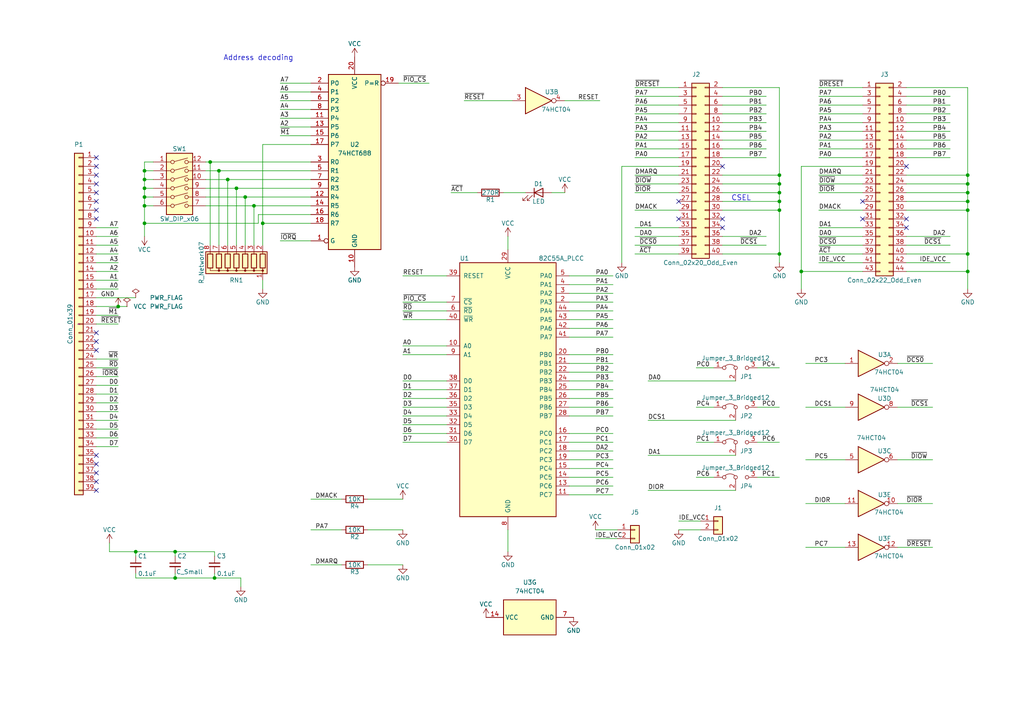
<source format=kicad_sch>
(kicad_sch (version 20211123) (generator eeschema)
  (paper "A4")
  (title_block (title "RC2014 82c55 IDE Interface") (date "2022-07-25") (rev "3") (company "Ed Brindley"))
  (junction (at 50.8 160.02))
  (junction (at 226.06 53.34))
  (junction (at 41.91 52.07))
  (junction (at 41.91 49.53))
  (junction (at 62.23 167.64))
  (junction (at 232.41 78.74))
  (junction (at 41.91 54.61))
  (junction (at 280.67 60.96))
  (junction (at 76.2 64.77))
  (junction (at 71.12 57.15))
  (junction (at 60.96 46.99))
  (junction (at 280.67 53.34))
  (junction (at 41.91 59.69))
  (junction (at 41.91 64.77))
  (junction (at 226.06 73.66))
  (junction (at 41.91 57.15))
  (junction (at 226.06 55.88))
  (junction (at 50.8 167.64))
  (junction (at 39.37 160.02))
  (junction (at 63.5 49.53))
  (junction (at 34.29 88.9))
  (junction (at 280.67 50.8))
  (junction (at 68.58 54.61))
  (junction (at 280.67 78.74))
  (junction (at 280.67 55.88))
  (junction (at 66.04 52.07))
  (junction (at 226.06 58.42))
  (junction (at 226.06 60.96))
  (junction (at 280.67 73.66))
  (junction (at 73.66 59.69))
  (junction (at 280.67 58.42))
  (junction (at 226.06 50.8))
  (no_connect (at 27.94 55.88))
  (no_connect (at 196.85 63.5))
  (no_connect (at 27.94 63.5))
  (no_connect (at 262.89 66.04))
  (no_connect (at 27.94 99.06))
  (no_connect (at 250.19 58.42))
  (no_connect (at 27.94 45.72))
  (no_connect (at 27.94 60.96))
  (no_connect (at 209.55 48.26))
  (no_connect (at 27.94 58.42))
  (no_connect (at 27.94 101.6))
  (no_connect (at 27.94 134.62))
  (no_connect (at 209.55 66.04))
  (no_connect (at 27.94 48.26))
  (no_connect (at 27.94 96.52))
  (no_connect (at 262.89 63.5))
  (no_connect (at 262.89 48.26))
  (no_connect (at 27.94 137.16))
  (no_connect (at 27.94 50.8))
  (no_connect (at 27.94 53.34))
  (no_connect (at 250.19 63.5))
  (no_connect (at 27.94 139.7))
  (no_connect (at 27.94 142.24))
  (no_connect (at 209.55 63.5))
  (no_connect (at 27.94 132.08))
  (no_connect (at 196.85 58.42))
  (wire (pts (xy 196.85 73.66) (xy 184.15 73.66)))
  (wire (pts (xy 177.8 80.01) (xy 165.1 80.01)))
  (wire (pts (xy 134.62 29.21) (xy 148.59 29.21)))
  (wire (pts (xy 90.17 144.78) (xy 99.06 144.78)))
  (wire (pts (xy 90.17 163.83) (xy 99.06 163.83)))
  (wire (pts (xy 226.06 25.4) (xy 226.06 50.8)))
  (wire (pts (xy 129.54 123.19) (xy 116.84 123.19)))
  (wire (pts (xy 196.85 35.56) (xy 184.15 35.56)))
  (wire (pts (xy 27.94 111.76) (xy 34.29 111.76)))
  (wire (pts (xy 165.1 135.89) (xy 177.8 135.89)))
  (wire (pts (xy 165.1 130.81) (xy 177.8 130.81)))
  (wire (pts (xy 27.94 127) (xy 34.29 127)))
  (wire (pts (xy 196.85 43.18) (xy 184.15 43.18)))
  (wire (pts (xy 39.37 160.02) (xy 39.37 161.29)))
  (wire (pts (xy 196.85 30.48) (xy 184.15 30.48)))
  (wire (pts (xy 27.94 104.14) (xy 34.29 104.14)))
  (wire (pts (xy 203.2 151.13) (xy 196.85 151.13)))
  (wire (pts (xy 27.94 129.54) (xy 34.29 129.54)))
  (wire (pts (xy 250.19 43.18) (xy 237.49 43.18)))
  (wire (pts (xy 63.5 71.12) (xy 63.5 49.53)))
  (wire (pts (xy 262.89 58.42) (xy 280.67 58.42)))
  (wire (pts (xy 27.94 83.82) (xy 34.29 83.82)))
  (wire (pts (xy 245.11 105.41) (xy 233.68 105.41)))
  (wire (pts (xy 60.96 71.12) (xy 60.96 46.99)))
  (wire (pts (xy 260.35 118.11) (xy 270.51 118.11)))
  (wire (pts (xy 209.55 68.58) (xy 222.25 68.58)))
  (wire (pts (xy 262.89 71.12) (xy 275.59 71.12)))
  (wire (pts (xy 209.55 35.56) (xy 222.25 35.56)))
  (wire (pts (xy 147.32 72.39) (xy 147.32 68.58)))
  (wire (pts (xy 196.85 25.4) (xy 184.15 25.4)))
  (wire (pts (xy 196.85 53.34) (xy 184.15 53.34)))
  (wire (pts (xy 146.05 55.88) (xy 152.4 55.88)))
  (wire (pts (xy 147.32 153.67) (xy 147.32 160.02)))
  (wire (pts (xy 207.01 138.43) (xy 201.93 138.43)))
  (wire (pts (xy 165.1 125.73) (xy 177.8 125.73)))
  (wire (pts (xy 165.1 140.97) (xy 177.8 140.97)))
  (wire (pts (xy 262.89 50.8) (xy 280.67 50.8)))
  (wire (pts (xy 74.93 62.23) (xy 90.17 62.23)))
  (wire (pts (xy 41.91 59.69) (xy 44.45 59.69)))
  (wire (pts (xy 165.1 110.49) (xy 177.8 110.49)))
  (wire (pts (xy 262.89 68.58) (xy 275.59 68.58)))
  (wire (pts (xy 187.96 142.24) (xy 213.36 142.24)))
  (wire (pts (xy 129.54 80.01) (xy 116.84 80.01)))
  (wire (pts (xy 41.91 57.15) (xy 41.91 59.69)))
  (wire (pts (xy 41.91 49.53) (xy 41.91 52.07)))
  (wire (pts (xy 27.94 78.74) (xy 34.29 78.74)))
  (wire (pts (xy 209.55 25.4) (xy 226.06 25.4)))
  (wire (pts (xy 179.07 153.67) (xy 172.72 153.67)))
  (wire (pts (xy 138.43 55.88) (xy 130.81 55.88)))
  (wire (pts (xy 90.17 29.21) (xy 81.28 29.21)))
  (wire (pts (xy 129.54 92.71) (xy 116.84 92.71)))
  (wire (pts (xy 250.19 38.1) (xy 237.49 38.1)))
  (wire (pts (xy 280.67 78.74) (xy 280.67 83.82)))
  (wire (pts (xy 59.69 57.15) (xy 71.12 57.15)))
  (wire (pts (xy 232.41 48.26) (xy 232.41 78.74)))
  (wire (pts (xy 90.17 24.13) (xy 81.28 24.13)))
  (wire (pts (xy 27.94 119.38) (xy 34.29 119.38)))
  (wire (pts (xy 165.1 118.11) (xy 177.8 118.11)))
  (wire (pts (xy 90.17 41.91) (xy 76.2 41.91)))
  (wire (pts (xy 44.45 49.53) (xy 41.91 49.53)))
  (wire (pts (xy 39.37 166.37) (xy 39.37 167.64)))
  (wire (pts (xy 90.17 153.67) (xy 99.06 153.67)))
  (wire (pts (xy 196.85 60.96) (xy 184.15 60.96)))
  (wire (pts (xy 280.67 55.88) (xy 280.67 58.42)))
  (wire (pts (xy 262.89 43.18) (xy 275.59 43.18)))
  (wire (pts (xy 250.19 33.02) (xy 237.49 33.02)))
  (wire (pts (xy 59.69 46.99) (xy 60.96 46.99)))
  (wire (pts (xy 250.19 50.8) (xy 237.49 50.8)))
  (wire (pts (xy 180.34 48.26) (xy 180.34 76.2)))
  (wire (pts (xy 74.93 64.77) (xy 41.91 64.77)))
  (wire (pts (xy 245.11 158.75) (xy 233.68 158.75)))
  (wire (pts (xy 209.55 53.34) (xy 226.06 53.34)))
  (wire (pts (xy 129.54 102.87) (xy 116.84 102.87)))
  (wire (pts (xy 71.12 57.15) (xy 90.17 57.15)))
  (wire (pts (xy 209.55 30.48) (xy 222.25 30.48)))
  (wire (pts (xy 250.19 53.34) (xy 237.49 53.34)))
  (wire (pts (xy 245.11 146.05) (xy 233.68 146.05)))
  (wire (pts (xy 76.2 64.77) (xy 76.2 71.12)))
  (wire (pts (xy 27.94 86.36) (xy 39.37 86.36)))
  (wire (pts (xy 180.34 48.26) (xy 196.85 48.26)))
  (wire (pts (xy 73.66 71.12) (xy 73.66 59.69)))
  (wire (pts (xy 165.1 82.55) (xy 177.8 82.55)))
  (wire (pts (xy 27.94 76.2) (xy 34.29 76.2)))
  (wire (pts (xy 245.11 118.11) (xy 233.68 118.11)))
  (wire (pts (xy 262.89 27.94) (xy 275.59 27.94)))
  (wire (pts (xy 41.91 54.61) (xy 41.91 57.15)))
  (wire (pts (xy 232.41 78.74) (xy 250.19 78.74)))
  (wire (pts (xy 262.89 76.2) (xy 275.59 76.2)))
  (wire (pts (xy 250.19 55.88) (xy 237.49 55.88)))
  (wire (pts (xy 260.35 146.05) (xy 270.51 146.05)))
  (wire (pts (xy 90.17 36.83) (xy 81.28 36.83)))
  (wire (pts (xy 262.89 53.34) (xy 280.67 53.34)))
  (wire (pts (xy 187.96 121.92) (xy 213.36 121.92)))
  (wire (pts (xy 207.01 128.27) (xy 201.93 128.27)))
  (wire (pts (xy 41.91 64.77) (xy 41.91 68.58)))
  (wire (pts (xy 27.94 68.58) (xy 34.29 68.58)))
  (wire (pts (xy 209.55 71.12) (xy 222.25 71.12)))
  (wire (pts (xy 226.06 58.42) (xy 226.06 60.96)))
  (wire (pts (xy 187.96 132.08) (xy 213.36 132.08)))
  (wire (pts (xy 90.17 26.67) (xy 81.28 26.67)))
  (wire (pts (xy 59.69 49.53) (xy 63.5 49.53)))
  (wire (pts (xy 209.55 40.64) (xy 222.25 40.64)))
  (wire (pts (xy 209.55 58.42) (xy 226.06 58.42)))
  (wire (pts (xy 27.94 121.92) (xy 34.29 121.92)))
  (wire (pts (xy 165.1 87.63) (xy 177.8 87.63)))
  (wire (pts (xy 209.55 55.88) (xy 226.06 55.88)))
  (wire (pts (xy 90.17 34.29) (xy 81.28 34.29)))
  (wire (pts (xy 280.67 53.34) (xy 280.67 55.88)))
  (wire (pts (xy 90.17 31.75) (xy 81.28 31.75)))
  (wire (pts (xy 34.29 88.9) (xy 36.83 88.9)))
  (wire (pts (xy 260.35 105.41) (xy 270.51 105.41)))
  (wire (pts (xy 62.23 160.02) (xy 62.23 161.29)))
  (wire (pts (xy 250.19 25.4) (xy 237.49 25.4)))
  (wire (pts (xy 39.37 160.02) (xy 50.8 160.02)))
  (wire (pts (xy 209.55 33.02) (xy 222.25 33.02)))
  (wire (pts (xy 250.19 71.12) (xy 237.49 71.12)))
  (wire (pts (xy 27.94 66.04) (xy 34.29 66.04)))
  (wire (pts (xy 69.85 167.64) (xy 69.85 170.18)))
  (wire (pts (xy 76.2 64.77) (xy 90.17 64.77)))
  (wire (pts (xy 81.28 69.85) (xy 90.17 69.85)))
  (wire (pts (xy 41.91 52.07) (xy 44.45 52.07)))
  (wire (pts (xy 90.17 39.37) (xy 81.28 39.37)))
  (wire (pts (xy 62.23 167.64) (xy 69.85 167.64)))
  (wire (pts (xy 250.19 30.48) (xy 237.49 30.48)))
  (wire (pts (xy 129.54 87.63) (xy 116.84 87.63)))
  (wire (pts (xy 50.8 166.37) (xy 50.8 167.64)))
  (wire (pts (xy 209.55 45.72) (xy 222.25 45.72)))
  (wire (pts (xy 129.54 110.49) (xy 116.84 110.49)))
  (wire (pts (xy 165.1 115.57) (xy 177.8 115.57)))
  (wire (pts (xy 27.94 109.22) (xy 34.29 109.22)))
  (wire (pts (xy 187.96 110.49) (xy 213.36 110.49)))
  (wire (pts (xy 209.55 27.94) (xy 222.25 27.94)))
  (wire (pts (xy 106.68 153.67) (xy 116.84 153.67)))
  (wire (pts (xy 60.96 46.99) (xy 90.17 46.99)))
  (wire (pts (xy 209.55 43.18) (xy 222.25 43.18)))
  (wire (pts (xy 129.54 120.65) (xy 116.84 120.65)))
  (wire (pts (xy 59.69 52.07) (xy 66.04 52.07)))
  (wire (pts (xy 250.19 45.72) (xy 237.49 45.72)))
  (wire (pts (xy 280.67 73.66) (xy 280.67 78.74)))
  (wire (pts (xy 260.35 133.35) (xy 270.51 133.35)))
  (wire (pts (xy 250.19 40.64) (xy 237.49 40.64)))
  (wire (pts (xy 196.85 68.58) (xy 184.15 68.58)))
  (wire (pts (xy 129.54 118.11) (xy 116.84 118.11)))
  (wire (pts (xy 41.91 57.15) (xy 44.45 57.15)))
  (wire (pts (xy 76.2 81.28) (xy 76.2 83.82)))
  (wire (pts (xy 232.41 78.74) (xy 232.41 83.82)))
  (wire (pts (xy 165.1 105.41) (xy 177.8 105.41)))
  (wire (pts (xy 59.69 54.61) (xy 68.58 54.61)))
  (wire (pts (xy 50.8 167.64) (xy 62.23 167.64)))
  (wire (pts (xy 165.1 92.71) (xy 177.8 92.71)))
  (wire (pts (xy 207.01 106.68) (xy 201.93 106.68)))
  (wire (pts (xy 196.85 40.64) (xy 184.15 40.64)))
  (wire (pts (xy 245.11 133.35) (xy 233.68 133.35)))
  (wire (pts (xy 68.58 54.61) (xy 90.17 54.61)))
  (wire (pts (xy 41.91 46.99) (xy 44.45 46.99)))
  (wire (pts (xy 165.1 95.25) (xy 177.8 95.25)))
  (wire (pts (xy 219.71 106.68) (xy 226.06 106.68)))
  (wire (pts (xy 124.46 24.13) (xy 115.57 24.13)))
  (wire (pts (xy 41.91 59.69) (xy 41.91 64.77)))
  (wire (pts (xy 129.54 128.27) (xy 116.84 128.27)))
  (wire (pts (xy 27.94 106.68) (xy 34.29 106.68)))
  (wire (pts (xy 76.2 41.91) (xy 76.2 64.77)))
  (wire (pts (xy 27.94 71.12) (xy 34.29 71.12)))
  (wire (pts (xy 165.1 102.87) (xy 177.8 102.87)))
  (wire (pts (xy 165.1 113.03) (xy 177.8 113.03)))
  (wire (pts (xy 232.41 48.26) (xy 250.19 48.26)))
  (wire (pts (xy 27.94 114.3) (xy 34.29 114.3)))
  (wire (pts (xy 196.85 33.02) (xy 184.15 33.02)))
  (wire (pts (xy 209.55 73.66) (xy 226.06 73.66)))
  (wire (pts (xy 129.54 113.03) (xy 116.84 113.03)))
  (wire (pts (xy 196.85 66.04) (xy 184.15 66.04)))
  (wire (pts (xy 262.89 60.96) (xy 280.67 60.96)))
  (wire (pts (xy 27.94 91.44) (xy 34.29 91.44)))
  (wire (pts (xy 226.06 55.88) (xy 226.06 58.42)))
  (wire (pts (xy 209.55 38.1) (xy 222.25 38.1)))
  (wire (pts (xy 59.69 59.69) (xy 73.66 59.69)))
  (wire (pts (xy 27.94 116.84) (xy 34.29 116.84)))
  (wire (pts (xy 262.89 30.48) (xy 275.59 30.48)))
  (wire (pts (xy 196.85 50.8) (xy 184.15 50.8)))
  (wire (pts (xy 34.29 81.28) (xy 27.94 81.28)))
  (wire (pts (xy 66.04 71.12) (xy 66.04 52.07)))
  (wire (pts (xy 27.94 124.46) (xy 34.29 124.46)))
  (wire (pts (xy 179.07 156.21) (xy 172.72 156.21)))
  (wire (pts (xy 250.19 60.96) (xy 237.49 60.96)))
  (wire (pts (xy 39.37 167.64) (xy 50.8 167.64)))
  (wire (pts (xy 165.1 120.65) (xy 177.8 120.65)))
  (wire (pts (xy 41.91 54.61) (xy 44.45 54.61)))
  (wire (pts (xy 165.1 85.09) (xy 177.8 85.09)))
  (wire (pts (xy 219.71 118.11) (xy 226.06 118.11)))
  (wire (pts (xy 226.06 73.66) (xy 226.06 76.2)))
  (wire (pts (xy 129.54 115.57) (xy 116.84 115.57)))
  (wire (pts (xy 163.83 29.21) (xy 173.99 29.21)))
  (wire (pts (xy 27.94 93.98) (xy 34.29 93.98)))
  (wire (pts (xy 31.75 160.02) (xy 39.37 160.02)))
  (wire (pts (xy 129.54 100.33) (xy 116.84 100.33)))
  (wire (pts (xy 68.58 71.12) (xy 68.58 54.61)))
  (wire (pts (xy 207.01 118.11) (xy 201.93 118.11)))
  (wire (pts (xy 226.06 53.34) (xy 226.06 55.88)))
  (wire (pts (xy 129.54 90.17) (xy 116.84 90.17)))
  (wire (pts (xy 262.89 45.72) (xy 275.59 45.72)))
  (wire (pts (xy 250.19 66.04) (xy 237.49 66.04)))
  (wire (pts (xy 62.23 166.37) (xy 62.23 167.64)))
  (wire (pts (xy 250.19 76.2) (xy 237.49 76.2)))
  (wire (pts (xy 27.94 88.9) (xy 34.29 88.9)))
  (wire (pts (xy 250.19 73.66) (xy 237.49 73.66)))
  (wire (pts (xy 226.06 60.96) (xy 226.06 73.66)))
  (wire (pts (xy 50.8 160.02) (xy 62.23 160.02)))
  (wire (pts (xy 280.67 58.42) (xy 280.67 60.96)))
  (wire (pts (xy 165.1 107.95) (xy 177.8 107.95)))
  (wire (pts (xy 226.06 50.8) (xy 226.06 53.34)))
  (wire (pts (xy 209.55 50.8) (xy 226.06 50.8)))
  (wire (pts (xy 31.75 160.02) (xy 31.75 157.48)))
  (wire (pts (xy 250.19 68.58) (xy 237.49 68.58)))
  (wire (pts (xy 160.02 55.88) (xy 163.83 55.88)))
  (wire (pts (xy 262.89 25.4) (xy 280.67 25.4)))
  (wire (pts (xy 165.1 138.43) (xy 177.8 138.43)))
  (wire (pts (xy 63.5 49.53) (xy 90.17 49.53)))
  (wire (pts (xy 27.94 73.66) (xy 34.29 73.66)))
  (wire (pts (xy 262.89 73.66) (xy 280.67 73.66)))
  (wire (pts (xy 262.89 78.74) (xy 280.67 78.74)))
  (wire (pts (xy 250.19 35.56) (xy 237.49 35.56)))
  (wire (pts (xy 74.93 62.23) (xy 74.93 64.77)))
  (wire (pts (xy 129.54 125.73) (xy 116.84 125.73)))
  (wire (pts (xy 262.89 35.56) (xy 275.59 35.56)))
  (wire (pts (xy 262.89 40.64) (xy 275.59 40.64)))
  (wire (pts (xy 219.71 128.27) (xy 226.06 128.27)))
  (wire (pts (xy 262.89 55.88) (xy 280.67 55.88)))
  (wire (pts (xy 262.89 38.1) (xy 275.59 38.1)))
  (wire (pts (xy 41.91 46.99) (xy 41.91 49.53)))
  (wire (pts (xy 165.1 128.27) (xy 177.8 128.27)))
  (wire (pts (xy 165.1 90.17) (xy 177.8 90.17)))
  (wire (pts (xy 71.12 71.12) (xy 71.12 57.15)))
  (wire (pts (xy 260.35 158.75) (xy 270.51 158.75)))
  (wire (pts (xy 209.55 60.96) (xy 226.06 60.96)))
  (wire (pts (xy 280.67 50.8) (xy 280.67 53.34)))
  (wire (pts (xy 219.71 138.43) (xy 226.06 138.43)))
  (wire (pts (xy 250.19 27.94) (xy 237.49 27.94)))
  (wire (pts (xy 50.8 160.02) (xy 50.8 161.29)))
  (wire (pts (xy 196.85 55.88) (xy 184.15 55.88)))
  (wire (pts (xy 196.85 27.94) (xy 184.15 27.94)))
  (wire (pts (xy 280.67 25.4) (xy 280.67 50.8)))
  (wire (pts (xy 165.1 143.51) (xy 177.8 143.51)))
  (wire (pts (xy 41.91 52.07) (xy 41.91 54.61)))
  (wire (pts (xy 73.66 59.69) (xy 90.17 59.69)))
  (wire (pts (xy 262.89 33.02) (xy 275.59 33.02)))
  (wire (pts (xy 196.85 45.72) (xy 184.15 45.72)))
  (wire (pts (xy 106.68 163.83) (xy 116.84 163.83)))
  (wire (pts (xy 203.2 153.67) (xy 196.85 153.67)))
  (wire (pts (xy 165.1 97.79) (xy 177.8 97.79)))
  (wire (pts (xy 106.68 144.78) (xy 116.84 144.78)))
  (wire (pts (xy 66.04 52.07) (xy 90.17 52.07)))
  (wire (pts (xy 196.85 71.12) (xy 184.15 71.12)))
  (wire (pts (xy 280.67 60.96) (xy 280.67 73.66)))
  (wire (pts (xy 196.85 38.1) (xy 184.15 38.1)))
  (wire (pts (xy 165.1 133.35) (xy 177.8 133.35)))
  (text "CSEL" (at 212.09 58.42 0) (effects (font (size 1.524 1.524)) (justify left bottom)))
  (text "Address decoding\n" (at 64.77 17.78 0) (effects (font (size 1.524 1.524)) (justify left bottom)))
  (label "PB0" (at 270.51 27.94 0))
  (label "PC0" (at 220.98 118.11 0))
  (label "PB4" (at 270.51 38.1 0))
  (label "~{DRESET}" (at 237.49 25.4 0))
  (label "~{WR}" (at 116.84 92.71 0))
  (label "IDE_VCC" (at 266.7 76.2 0))
  (label "~{DIOW}" (at 264.16 133.35 0))
  (label "PC5" (at 172.72 138.43 0))
  (label "~{DIOW}" (at 184.15 53.34 0))
  (label "A7" (at 34.29 66.04 180))
  (label "DA2" (at 217.17 68.58 0))
  (label "PA4" (at 184.15 35.56 0))
  (label "DMACK" (at 91.44 144.78 0))
  (label "D2" (at 116.84 115.57 0))
  (label "D0" (at 116.84 110.49 0))
  (label "PC4" (at 220.98 106.68 0))
  (label "D4" (at 34.29 121.92 180))
  (label "DA0" (at 187.96 110.49 0))
  (label "PC3" (at 172.72 133.35 0))
  (label "PC4" (at 172.72 135.89 0))
  (label "DA0" (at 237.49 68.58 0))
  (label "DA1" (at 237.49 66.04 0))
  (label "A2" (at 34.29 78.74 180))
  (label "PC0" (at 172.72 125.73 0))
  (label "D0" (at 34.29 111.76 180))
  (label "A0" (at 116.84 100.33 0))
  (label "PA4" (at 237.49 35.56 0))
  (label "~{ACT}" (at 130.81 55.88 0))
  (label "PA5" (at 184.15 33.02 0))
  (label "PA6" (at 237.49 30.48 0))
  (label "PA1" (at 184.15 43.18 0))
  (label "DMACK" (at 184.15 60.96 0))
  (label "~{DCS0}" (at 185.42 71.12 0))
  (label "A3" (at 81.28 34.29 0))
  (label "A7" (at 81.28 24.13 0))
  (label "DA1" (at 185.42 66.04 0))
  (label "IDE_VCC" (at 237.49 76.2 0))
  (label "GND" (at 29.21 86.36 0))
  (label "PA5" (at 172.72 92.71 0))
  (label "DIOR" (at 187.96 142.24 0))
  (label "PA7" (at 237.49 27.94 0))
  (label "A2" (at 81.28 36.83 0))
  (label "PC1" (at 172.72 128.27 0))
  (label "PB2" (at 217.17 33.02 0))
  (label "PB7" (at 270.51 45.72 0))
  (label "PC1" (at 201.93 128.27 0))
  (label "PB5" (at 270.51 40.64 0))
  (label "~{M1}" (at 81.28 39.37 0))
  (label "~{DCS1}" (at 214.63 71.12 0))
  (label "D1" (at 116.84 113.03 0))
  (label "~{RD}" (at 116.84 90.17 0))
  (label "~{WR}" (at 34.29 104.14 180))
  (label "RESET" (at 116.84 80.01 0))
  (label "~{DIOR}" (at 184.15 55.88 0))
  (label "DCS1" (at 187.96 121.92 0))
  (label "PC3" (at 236.22 105.41 0))
  (label "PC7" (at 172.72 143.51 0))
  (label "A1" (at 34.29 81.28 180))
  (label "~{DRESET}" (at 262.89 158.75 0))
  (label "A6" (at 81.28 26.67 0))
  (label "PB0" (at 217.17 27.94 0))
  (label "~{IORQ}" (at 81.28 69.85 0))
  (label "DA2" (at 172.72 130.81 0))
  (label "DMARQ" (at 91.44 163.83 0))
  (label "PA3" (at 172.72 87.63 0))
  (label "PC6" (at 172.72 140.97 0))
  (label "~{DIOW}" (at 237.49 53.34 0))
  (label "A5" (at 34.29 71.12 180))
  (label "D6" (at 116.84 125.73 0))
  (label "PA6" (at 184.15 30.48 0))
  (label "A3" (at 34.29 76.2 180))
  (label "DA2" (at 270.51 68.58 0))
  (label "~{IORQ}" (at 34.29 109.22 180))
  (label "~{M1}" (at 34.29 91.44 180))
  (label "PC5" (at 236.22 133.35 0))
  (label "A4" (at 34.29 73.66 180))
  (label "PA0" (at 237.49 45.72 0))
  (label "PB4" (at 172.72 113.03 0))
  (label "PC1" (at 220.98 138.43 0))
  (label "PB3" (at 270.51 35.56 0))
  (label "D7" (at 34.29 129.54 180))
  (label "PA6" (at 172.72 95.25 0))
  (label "PA4" (at 172.72 90.17 0))
  (label "PC0" (at 201.93 106.68 0))
  (label "D6" (at 34.29 127 180))
  (label "PB1" (at 217.17 30.48 0))
  (label "D1" (at 34.29 114.3 180))
  (label "PC6" (at 220.98 128.27 0))
  (label "~{PIO_CS}" (at 116.84 24.13 0))
  (label "PA7" (at 184.15 27.94 0))
  (label "PB5" (at 172.72 115.57 0))
  (label "DMARQ" (at 237.49 50.8 0))
  (label "IDE_VCC" (at 196.85 151.13 0))
  (label "PB6" (at 270.51 43.18 0))
  (label "D2" (at 34.29 116.84 180))
  (label "PB3" (at 217.17 35.56 0))
  (label "IDE_VCC" (at 172.72 156.21 0))
  (label "PA0" (at 184.15 45.72 0))
  (label "D7" (at 116.84 128.27 0))
  (label "~{DIOR}" (at 262.89 146.05 0))
  (label "~{DIOR}" (at 237.49 55.88 0))
  (label "DMACK" (at 237.49 60.96 0))
  (label "RESET" (at 167.64 29.21 0))
  (label "~{ACT}" (at 185.42 73.66 0))
  (label "PB2" (at 172.72 107.95 0))
  (label "DA1" (at 187.96 132.08 0))
  (label "D3" (at 34.29 119.38 180))
  (label "PB0" (at 172.72 102.87 0))
  (label "DIOR" (at 236.22 146.05 0))
  (label "PB1" (at 270.51 30.48 0))
  (label "DMARQ" (at 184.15 50.8 0))
  (label "PA2" (at 184.15 40.64 0))
  (label "D5" (at 34.29 124.46 180))
  (label "PA5" (at 237.49 33.02 0))
  (label "PA7" (at 91.44 153.67 0))
  (label "D4" (at 116.84 120.65 0))
  (label "A0" (at 34.29 83.82 180))
  (label "PB2" (at 270.51 33.02 0))
  (label "PB6" (at 172.72 118.11 0))
  (label "PA3" (at 237.49 38.1 0))
  (label "DA0" (at 185.42 68.58 0))
  (label "~{DRESET}" (at 184.15 25.4 0))
  (label "~{RD}" (at 34.29 106.68 180))
  (label "PA0" (at 172.72 80.01 0))
  (label "~{RESET}" (at 134.62 29.21 0))
  (label "PA2" (at 237.49 40.64 0))
  (label "PA3" (at 184.15 38.1 0))
  (label "PC7" (at 236.22 158.75 0))
  (label "A6" (at 34.29 68.58 180))
  (label "PB4" (at 217.17 38.1 0))
  (label "PB1" (at 172.72 105.41 0))
  (label "~{DCS0}" (at 237.49 71.12 0))
  (label "PC4" (at 201.93 118.11 0))
  (label "~{DCS1}" (at 267.97 71.12 0))
  (label "PA2" (at 172.72 85.09 0))
  (label "~{RESET}" (at 29.21 93.98 0))
  (label "A5" (at 81.28 29.21 0))
  (label "~{DCS0}" (at 262.89 105.41 0))
  (label "PB3" (at 172.72 110.49 0))
  (label "PA7" (at 172.72 97.79 0))
  (label "PB7" (at 172.72 120.65 0))
  (label "~{DCS1}" (at 264.16 118.11 0))
  (label "PA1" (at 172.72 82.55 0))
  (label "~{PIO_CS}" (at 116.84 87.63 0))
  (label "D5" (at 116.84 123.19 0))
  (label "PA1" (at 237.49 43.18 0))
  (label "PB5" (at 217.17 40.64 0))
  (label "~{ACT}" (at 237.49 73.66 0))
  (label "PB6" (at 217.17 43.18 0))
  (label "DCS1" (at 236.22 118.11 0))
  (label "PB7" (at 217.17 45.72 0))
  (label "A4" (at 81.28 31.75 0))
  (label "D3" (at 116.84 118.11 0))
  (label "A1" (at 116.84 102.87 0))
  (label "PC6" (at 201.93 138.43 0))
  (symbol (lib_id "Connector_Generic:Conn_01x39") (at 22.86 93.98 0) (mirror y) (unit 1)
    (property "Reference" "P1" (at 22.86 41.91 0))
    (property "Value" "Conn_01x39" (at 20.32 93.98 90))
    (property "Footprint" "rc2014:Pin_Header_Straight_1x39_Pitch2.54mm_NoSilk" (effects hide))
    (property "Datasheet" "~" (at 22.86 93.98 0))
  )
  (symbol (lib_id "power:VCC") (at 34.29 88.9 0) (unit 1)
    (property "Reference" "#PWR01" (effects hide))
    (property "Value" "VCC" (at 40.64 88.9 0))
  )
  (symbol (lib_id "power:PWR_FLAG") (at 39.37 86.36 0) (unit 1)
    (property "Reference" "#FLG02" (effects hide))
    (property "Value" "PWR_FLAG" (at 48.26 86.36 0))
  )
  (symbol (lib_id "power:PWR_FLAG") (at 36.83 88.9 0) (unit 1)
    (property "Reference" "#FLG03" (effects hide))
    (property "Value" "PWR_FLAG" (at 48.26 88.9 0))
  )
  (symbol (lib_id "Interface:82C55A_PLCC") (at 147.32 113.03 0) (unit 1)
    (property "Reference" "U1" (at 133.35 74.93 0) (effects (justify left)))
    (property "Value" "82C55A_PLCC" (at 156.21 74.93 0) (effects (justify left)))
    (property "Footprint" "Package_LCC:PLCC-44_THT-Socket" (effects hide))
    (property "Datasheet" "http://jap.hu/electronic/8255.pdf" (effects hide))
  )
  (symbol (lib_id "74xx:74HCT04") (at 252.73 105.41 0) (unit 1)
    (property "Reference" "U3" (at 256.54 102.87 0))
    (property "Value" "74HCT04" (at 257.81 107.95 0))
    (property "Footprint" "Package_DIP:DIP-14_W7.62mm_Socket_LongPads" (effects hide))
    (property "Datasheet" "https://assets.nexperia.com/documents/data-sheet/74HC_HCT04.pdf" (effects hide))
  )
  (symbol (lib_id "74xx:74HCT04") (at 252.73 133.35 0) (unit 3)
    (property "Reference" "U3" (at 256.54 130.81 0))
    (property "Value" "74HCT04" (at 252.73 127 0))
    (property "Footprint" "Package_DIP:DIP-14_W7.62mm_Socket_LongPads" (effects hide))
    (property "Datasheet" "https://assets.nexperia.com/documents/data-sheet/74HC_HCT04.pdf" (effects hide))
  )
  (symbol (lib_id "74xx:74HCT04") (at 252.73 146.05 0) (unit 5)
    (property "Reference" "U3" (at 256.54 143.51 0))
    (property "Value" "74HCT04" (at 257.81 148.59 0))
    (property "Footprint" "Package_DIP:DIP-14_W7.62mm_Socket_LongPads" (effects hide))
    (property "Datasheet" "https://assets.nexperia.com/documents/data-sheet/74HC_HCT04.pdf" (effects hide))
  )
  (symbol (lib_id "74xx:74HCT04") (at 156.21 29.21 0) (unit 2)
    (property "Reference" "U3" (at 160.02 26.67 0))
    (property "Value" "74HCT04" (at 161.29 31.75 0))
    (property "Footprint" "Package_DIP:DIP-14_W7.62mm_Socket_LongPads" (effects hide))
    (property "Datasheet" "https://assets.nexperia.com/documents/data-sheet/74HC_HCT04.pdf" (effects hide))
  )
  (symbol (lib_id "74xx:74HCT04") (at 252.73 158.75 0) (unit 6)
    (property "Reference" "U3" (at 256.54 156.21 0))
    (property "Value" "74HCT04" (at 257.81 161.29 0))
    (property "Footprint" "Package_DIP:DIP-14_W7.62mm_Socket_LongPads" (effects hide))
    (property "Datasheet" "https://assets.nexperia.com/documents/data-sheet/74HC_HCT04.pdf" (effects hide))
  )
  (symbol (lib_id "74xx:74HCT04") (at 252.73 118.11 0) (unit 4)
    (property "Reference" "U3" (at 256.54 115.57 0))
    (property "Value" "74HCT04" (at 256.54 113.03 0))
    (property "Footprint" "Package_DIP:DIP-14_W7.62mm_Socket_LongPads" (effects hide))
    (property "Datasheet" "https://assets.nexperia.com/documents/data-sheet/74HC_HCT04.pdf" (effects hide))
  )
  (symbol (lib_id "power:VCC") (at 147.32 68.58 0) (unit 1)
    (property "Reference" "#PWR04" (effects hide))
    (property "Value" "VCC" (at 147.32 64.77 0))
  )
  (symbol (lib_id "power:GND") (at 147.32 160.02 0) (unit 1)
    (property "Reference" "#PWR05" (effects hide))
    (property "Value" "GND" (at 147.32 163.83 0))
  )
  (symbol (lib_id "74xx:74HCT688") (at 102.87 46.99 0) (unit 1)
    (property "Reference" "U2" (at 102.87 41.91 0))
    (property "Value" "74HCT688" (at 102.87 44.45 0))
    (property "Footprint" "Package_DIP:DIP-20_W7.62mm_Socket_LongPads" (effects hide))
    (property "Datasheet" "https://www.ti.com/lit/ds/symlink/cd54hc688.pdf" (effects hide))
  )
  (symbol (lib_id "Connector_Generic:Conn_02x20_Odd_Even") (at 201.93 48.26 0) (unit 1)
    (property "Reference" "J2" (at 201.93 21.59 0))
    (property "Value" "Conn_02x20_Odd_Even" (at 203.2 76.2 0))
    (property "Footprint" "Connector_PinHeader_2.54mm:PinHeader_2x20_P2.54mm_Vertical" (effects hide))
  )
  (symbol (lib_id "Device:R_Network07") (at 68.58 76.2 180) (unit 1)
    (property "Reference" "RN1" (at 68.58 81.28 0))
    (property "Value" "R_Network07" (at 58.42 76.2 90))
    (property "Footprint" "Resistor_THT:R_Array_SIP8" (effects hide))
    (property "Datasheet" "http://www.vishay.com/docs/31509/csc.pdf" (effects hide))
  )
  (symbol (lib_id "Device:LED") (at 156.21 55.88 0) (unit 1)
    (property "Reference" "D1" (at 156.21 53.34 0))
    (property "Value" "LED" (at 156.21 58.42 0))
    (property "Footprint" "LED_THT:LED_D3.0mm" (effects hide))
  )
  (symbol (lib_id "Device:R") (at 142.24 55.88 270) (unit 1)
    (property "Reference" "R1" (at 142.24 57.912 90))
    (property "Value" "270R" (at 142.24 55.88 90))
    (property "Footprint" "Resistor_THT:R_Axial_DIN0207_L6.3mm_D2.5mm_P7.62mm_Horizontal" (effects hide))
  )
  (symbol (lib_id "power:VCC") (at 163.83 55.88 0) (unit 1)
    (property "Reference" "#PWR06" (effects hide))
    (property "Value" "VCC" (at 163.83 52.07 0))
  )
  (symbol (lib_id "power:GND") (at 76.2 83.82 0) (unit 1)
    (property "Reference" "#PWR07" (effects hide))
    (property "Value" "GND" (at 76.2 87.63 0))
  )
  (symbol (lib_id "power:VCC") (at 41.91 68.58 180) (unit 1)
    (property "Reference" "#PWR08" (effects hide))
    (property "Value" "VCC" (at 41.91 72.39 0))
  )
  (symbol (lib_id "Device:C_Small") (at 39.37 163.83 0) (unit 1)
    (property "Reference" "C1" (at 40.005 161.29 0) (effects (justify left)))
    (property "Value" "0.1uF" (at 40.005 166.37 0) (effects (justify left)))
    (property "Footprint" "Capacitor_THT:C_Disc_D3.0mm_W2.0mm_P2.50mm" (effects hide))
  )
  (symbol (lib_id "Device:C_Small") (at 50.8 163.83 0) (unit 1)
    (property "Reference" "C2" (at 51.435 161.29 0) (effects (justify left)))
    (property "Value" "C_Small" (at 51.054 165.862 0) (effects (justify left)))
    (property "Footprint" "Capacitor_THT:C_Disc_D3.0mm_W2.0mm_P2.50mm" (effects hide))
  )
  (symbol (lib_id "Device:C_Small") (at 62.23 163.83 0) (unit 1)
    (property "Reference" "C3" (at 62.865 161.29 0) (effects (justify left)))
    (property "Value" "0.1uF" (at 62.865 166.37 0) (effects (justify left)))
    (property "Footprint" "Capacitor_THT:C_Disc_D3.0mm_W2.0mm_P2.50mm" (effects hide))
  )
  (symbol (lib_id "power:GND") (at 69.85 170.18 0) (unit 1)
    (property "Reference" "#PWR010" (effects hide))
    (property "Value" "GND" (at 69.85 173.99 0))
  )
  (symbol (lib_id "power:VCC") (at 31.75 157.48 0) (unit 1)
    (property "Reference" "#PWR011" (effects hide))
    (property "Value" "VCC" (at 31.75 153.67 0))
  )
  (symbol (lib_id "Connector_Generic:Conn_02x22_Odd_Even") (at 255.27 50.8 0) (unit 1)
    (property "Reference" "J3" (at 256.54 21.59 0))
    (property "Value" "Conn_02x22_Odd_Even" (at 256.54 81.28 0))
    (property "Footprint" "Connector_PinHeader_2.00mm:PinHeader_2x22_P2.00mm_Vertical" (effects hide))
  )
  (symbol (lib_id "Switch:SW_DIP_x06") (at 52.07 54.61 0) (unit 1)
    (property "Reference" "SW1" (at 52.07 43.18 0))
    (property "Value" "SW_DIP_x06" (at 52.07 63.5 0))
    (property "Footprint" "Button_Switch_THT:SW_DIP_SPSTx06_Slide_9.78x17.42mm_W7.62mm_P2.54mm" (effects hide))
  )
  (symbol (lib_id "Connector_Generic:Conn_01x02") (at 184.15 153.67 0) (unit 1)
    (property "Reference" "J5" (at 184.15 148.59 0))
    (property "Value" "Conn_01x02" (at 184.15 158.75 0))
    (property "Footprint" "Connector_PinHeader_2.54mm:PinHeader_1x02_P2.54mm_Vertical" (effects hide))
  )
  (symbol (lib_id "power:VCC") (at 172.72 153.67 0) (unit 1)
    (property "Reference" "#PWR012" (effects hide))
    (property "Value" "VCC" (at 172.72 149.86 0))
  )
  (symbol (lib_id "Connector_Generic:Conn_01x02") (at 208.28 151.13 0) (unit 1)
    (property "Reference" "J1" (at 208.28 147.32 0))
    (property "Value" "Conn_01x02" (at 208.28 156.21 0))
    (property "Footprint" "Connector_PinHeader_2.54mm:PinHeader_1x02_P2.54mm_Vertical" (effects hide))
  )
  (symbol (lib_id "power:GND") (at 196.85 153.67 0) (unit 1)
    (property "Reference" "#PWR013" (effects hide))
    (property "Value" "GND" (at 196.85 157.48 0))
  )
  (symbol (lib_id "Jumper:Jumper_3_Bridged12") (at 213.36 106.68 0) (unit 1)
    (property "Reference" "JP1" (at 214.63 109.22 0) (effects (justify left)))
    (property "Value" "Jumper_3_Bridged12" (at 213.36 103.886 0))
    (property "Footprint" "Connector_PinHeader_2.54mm:PinHeader_1x03_P2.54mm_Vertical" (effects hide))
  )
  (symbol (lib_id "Jumper:Jumper_3_Bridged12") (at 213.36 118.11 0) (unit 1)
    (property "Reference" "JP2" (at 214.63 120.65 0) (effects (justify left)))
    (property "Value" "Jumper_3_Bridged12" (at 213.36 115.316 0))
    (property "Footprint" "Connector_PinHeader_2.54mm:PinHeader_1x03_P2.54mm_Vertical" (effects hide))
  )
  (symbol (lib_id "Jumper:Jumper_3_Bridged12") (at 213.36 128.27 0) (unit 1)
    (property "Reference" "JP3" (at 214.63 130.81 0) (effects (justify left)))
    (property "Value" "Jumper_3_Bridged12" (at 213.36 125.476 0))
    (property "Footprint" "Connector_PinHeader_2.54mm:PinHeader_1x03_P2.54mm_Vertical" (effects hide))
  )
  (symbol (lib_id "Jumper:Jumper_3_Bridged12") (at 213.36 138.43 0) (unit 1)
    (property "Reference" "JP4" (at 214.63 140.97 0) (effects (justify left)))
    (property "Value" "Jumper_3_Bridged12" (at 213.36 135.636 0))
    (property "Footprint" "Connector_PinHeader_2.54mm:PinHeader_1x03_P2.54mm_Vertical" (effects hide))
  )
  (symbol (lib_id "Device:R") (at 102.87 163.83 270) (unit 1)
    (property "Reference" "R3" (at 102.87 165.862 90))
    (property "Value" "10K" (at 102.87 163.83 90))
    (property "Footprint" "Resistor_THT:R_Axial_DIN0207_L6.3mm_D2.5mm_P7.62mm_Horizontal" (effects hide))
  )
  (symbol (lib_id "power:GND") (at 116.84 163.83 0) (unit 1)
    (property "Reference" "#PWR014" (effects hide))
    (property "Value" "GND" (at 116.84 167.64 0))
  )
  (symbol (lib_id "Device:R") (at 102.87 144.78 270) (unit 1)
    (property "Reference" "R4" (at 102.87 146.812 90))
    (property "Value" "10K" (at 102.87 144.78 90))
    (property "Footprint" "Resistor_THT:R_Axial_DIN0207_L6.3mm_D2.5mm_P7.62mm_Horizontal" (effects hide))
  )
  (symbol (lib_id "power:VCC") (at 116.84 144.78 0) (unit 1)
    (property "Reference" "#PWR015" (effects hide))
    (property "Value" "VCC" (at 116.84 140.97 0))
  )
  (symbol (lib_id "Device:R") (at 102.87 153.67 270) (unit 1)
    (property "Reference" "R2" (at 102.87 155.702 90))
    (property "Value" "10K" (at 102.87 153.67 90))
    (property "Footprint" "Resistor_THT:R_Axial_DIN0207_L6.3mm_D2.5mm_P7.62mm_Horizontal" (effects hide))
  )
  (symbol (lib_id "power:GND") (at 116.84 153.67 0) (unit 1)
    (property "Reference" "#PWR016" (effects hide))
    (property "Value" "GND" (at 116.84 157.48 0))
  )
  (symbol (lib_id "power:GND") (at 102.87 77.47 0) (unit 1)
    (property "Reference" "#PWR0101" (effects hide))
    (property "Value" "GND" (at 102.87 81.28 0))
  )
  (symbol (lib_id "74xx:74HCT04") (at 153.67 179.07 90) (unit 7)
    (property "Reference" "U3" (at 153.67 168.91 90))
    (property "Value" "74HCT04" (at 153.67 171.45 90))
    (property "Footprint" "Package_DIP:DIP-14_W7.62mm_Socket_LongPads" (effects hide))
    (property "Datasheet" "https://assets.nexperia.com/documents/data-sheet/74HC_HCT04.pdf" (effects hide))
  )
  (symbol (lib_id "power:VCC") (at 140.97 179.07 0) (unit 1)
    (property "Reference" "#PWR02" (effects hide))
    (property "Value" "VCC" (at 140.97 175.26 0))
  )
  (symbol (lib_id "power:GND") (at 166.37 179.07 0) (unit 1)
    (property "Reference" "#PWR03" (effects hide))
    (property "Value" "GND" (at 166.37 182.88 0))
  )
  (symbol (lib_id "power:VCC") (at 102.87 16.51 0) (unit 1)
    (property "Reference" "#PWR0102" (effects hide))
    (property "Value" "VCC" (at 102.87 12.7 0))
  )
  (symbol (lib_id "power:GND") (at 232.41 83.82 0) (unit 1)
    (property "Reference" "#PWR0105" (effects hide))
    (property "Value" "GND" (at 232.41 87.63 0))
  )
  (symbol (lib_id "power:GND") (at 180.34 76.2 0) (unit 1)
    (property "Reference" "#PWR0106" (effects hide))
    (property "Value" "GND" (at 180.34 80.01 0))
  )
  (symbol (lib_id "power:GND") (at 226.06 76.2 0) (unit 1)
    (property "Reference" "#PWR0103" (effects hide))
    (property "Value" "GND" (at 226.06 80.01 0))
  )
  (symbol (lib_id "power:GND") (at 280.67 83.82 0) (unit 1)
    (property "Reference" "#PWR0104" (effects hide))
    (property "Value" "GND" (at 280.67 87.63 0))
  )
)
</source>
